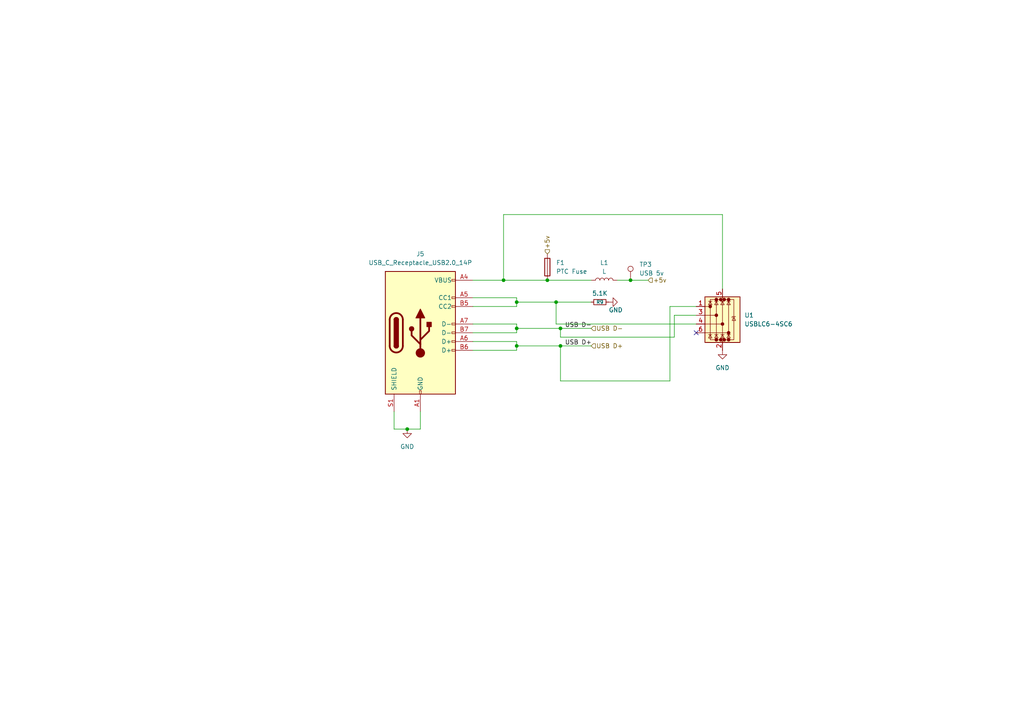
<source format=kicad_sch>
(kicad_sch (version 20250114) (generator "eeschema") (generator_version "9.0")
  (paper "A4")
  (title_block (title "WavePad CM4 Carrier Board -USB") (rev "1"))
  (lib_symbols
    (symbol "Connector:TestPoint" (pin_numbers (hide yes)) (pin_names (offset 0.762) (hide yes))
      (property "Reference" "TP" (at 0 6.858 0))
      (property "Value" "TestPoint" (at 0 5.08 0))
      (symbol "TestPoint_0_1"
        (circle (center 0 3.302) (radius 0.762))
      )
      (symbol "TestPoint_1_1"
        (pin passive line (at 0 0 90) (length 2.54) (name "1") (number "1"))
      )
    )
    (symbol "Connector:USB_C_Receptacle_USB2.0_14P" (pin_names (offset 1.016))
      (property "Reference" "J" (at 0 22.225 0))
      (property "Value" "USB_C_Receptacle_USB2.0_14P" (at 0 19.685 0))
      (symbol "USB_C_Receptacle_USB2.0_14P_0_0"
        (rectangle (start -0.254 -17.78) (end 0.254 -16.764))
        (rectangle (start 10.16 15.494) (end 9.144 14.986))
        (rectangle (start 10.16 10.414) (end 9.144 9.906))
        (rectangle (start 10.16 7.874) (end 9.144 7.366))
        (rectangle (start 10.16 2.794) (end 9.144 2.286))
        (rectangle (start 10.16 0.254) (end 9.144 -0.254))
        (rectangle (start 10.16 -2.286) (end 9.144 -2.794))
        (rectangle (start 10.16 -4.826) (end 9.144 -5.334))
      )
      (symbol "USB_C_Receptacle_USB2.0_14P_0_1"
        (rectangle (start -10.16 17.78) (end 10.16 -17.78) (stroke (width 0.254)) (fill (type background)))
        (polyline (pts (xy -8.89 -3.81) (xy -8.89 3.81)) (stroke (width 0.508)))
        (rectangle (start -7.62 -3.81) (end -6.35 3.81) (stroke (width 0.254)) (fill (type outline)))
        (arc (start -7.62 3.81) (mid -6.985 4.4423) (end -6.35 3.81) (stroke (width 0.254)))
        (arc (start -7.62 3.81) (mid -6.985 4.4423) (end -6.35 3.81) (stroke (width 0.254)) (fill (type outline)))
        (arc (start -8.89 3.81) (mid -6.985 5.7067) (end -5.08 3.81) (stroke (width 0.508)))
        (arc (start -5.08 -3.81) (mid -6.985 -5.7067) (end -8.89 -3.81) (stroke (width 0.508)))
        (arc (start -6.35 -3.81) (mid -6.985 -4.4423) (end -7.62 -3.81) (stroke (width 0.254)))
        (arc (start -6.35 -3.81) (mid -6.985 -4.4423) (end -7.62 -3.81) (stroke (width 0.254)) (fill (type outline)))
        (polyline (pts (xy -5.08 3.81) (xy -5.08 -3.81)) (stroke (width 0.508)))
        (circle (center -2.54 1.143) (radius 0.635) (stroke (width 0.254)) (fill (type outline)))
        (polyline (pts (xy -1.27 4.318) (xy 0 6.858) (xy 1.27 4.318) (xy -1.27 4.318)) (stroke (width 0.254)) (fill (type outline)))
        (polyline (pts (xy 0 -2.032) (xy 2.54 0.508) (xy 2.54 1.778)) (stroke (width 0.508)))
        (polyline (pts (xy 0 -3.302) (xy -2.54 -0.762) (xy -2.54 0.508)) (stroke (width 0.508)))
        (polyline (pts (xy 0 -5.842) (xy 0 4.318)) (stroke (width 0.508)))
        (circle (center 0 -5.842) (radius 1.27) (fill (type outline)))
        (rectangle (start 1.905 1.778) (end 3.175 3.048) (stroke (width 0.254)) (fill (type outline)))
      )
      (symbol "USB_C_Receptacle_USB2.0_14P_1_1"
        (pin passive line (at -7.62 -22.86 90) (length 5.08) (name "SHIELD") (number "S1"))
        (pin passive line (at 0 -22.86 90) (length 5.08) (name "GND") (number "A1"))
        (pin passive line (at 0 -22.86 90) (length 5.08) (hide yes) (name "GND") (number "A12"))
        (pin passive line (at 0 -22.86 90) (length 5.08) (hide yes) (name "GND") (number "B1"))
        (pin passive line (at 0 -22.86 90) (length 5.08) (hide yes) (name "GND") (number "B12"))
        (pin passive line (at 15.24 15.24 180) (length 5.08) (name "VBUS") (number "A4"))
        (pin passive line (at 15.24 15.24 180) (length 5.08) (hide yes) (name "VBUS") (number "A9"))
        (pin passive line (at 15.24 15.24 180) (length 5.08) (hide yes) (name "VBUS") (number "B4"))
        (pin passive line (at 15.24 15.24 180) (length 5.08) (hide yes) (name "VBUS") (number "B9"))
        (pin bidirectional line (at 15.24 10.16 180) (length 5.08) (name "CC1") (number "A5"))
        (pin bidirectional line (at 15.24 7.62 180) (length 5.08) (name "CC2") (number "B5"))
        (pin bidirectional line (at 15.24 2.54 180) (length 5.08) (name "D-") (number "A7"))
        (pin bidirectional line (at 15.24 0 180) (length 5.08) (name "D-") (number "B7"))
        (pin bidirectional line (at 15.24 -2.54 180) (length 5.08) (name "D+") (number "A6"))
        (pin bidirectional line (at 15.24 -5.08 180) (length 5.08) (name "D+") (number "B6"))
      )
    )
    (symbol "Device:Fuse" (pin_numbers (hide yes)) (pin_names (offset 0))
      (property "Reference" "F" (at 2.032 0 90))
      (property "Value" "Fuse" (at -1.905 0 90))
      (symbol "Fuse_0_1"
        (rectangle (start -0.762 -2.54) (end 0.762 2.54) (stroke (width 0.254)))
        (polyline (pts (xy 0 2.54) (xy 0 -2.54)))
      )
      (symbol "Fuse_1_1"
        (pin passive line (at 0 3.81 270) (length 1.27) (name "~") (number "1"))
        (pin passive line (at 0 -3.81 90) (length 1.27) (name "~") (number "2"))
      )
    )
    (symbol "Device:L" (pin_numbers (hide yes)) (pin_names (offset 1.016) (hide yes))
      (property "Reference" "L" (at -1.27 0 90))
      (property "Value" "L" (at 1.905 0 90))
      (symbol "L_0_1"
        (arc (start 0 2.54) (mid 0.6323 1.905) (end 0 1.27))
        (arc (start 0 1.27) (mid 0.6323 0.635) (end 0 0))
        (arc (start 0 0) (mid 0.6323 -0.635) (end 0 -1.27))
        (arc (start 0 -1.27) (mid 0.6323 -1.905) (end 0 -2.54))
      )
      (symbol "L_1_1"
        (pin passive line (at 0 3.81 270) (length 1.27) (name "1") (number "1"))
        (pin passive line (at 0 -3.81 90) (length 1.27) (name "2") (number "2"))
      )
    )
    (symbol "Device:R_Small" (pin_numbers (hide yes)) (pin_names (offset 0.254) (hide yes))
      (property "Reference" "R" (at 0 0 90))
      (property "Value" "R_Small" (at 1.778 0 90))
      (symbol "R_Small_0_1"
        (rectangle (start -0.762 1.778) (end 0.762 -1.778) (stroke (width 0.2032)))
      )
      (symbol "R_Small_1_1"
        (pin passive line (at 0 2.54 270) (length 0.762) (name "~") (number "1"))
        (pin passive line (at 0 -2.54 90) (length 0.762) (name "~") (number "2"))
      )
    )
    (symbol "Power_Protection:USBLC6-4SC6" (pin_names (hide yes))
      (property "Reference" "U" (at 1.27 9.525 0))
      (property "Value" "USBLC6-4SC6" (at 1.27 6.985 0))
      (symbol "USBLC6-4SC6_0_0"
        (circle (center -3.556 2.54) (radius 0.0001) (stroke (width 0.508)))
        (circle (center -1.778 4.572) (radius 0.0001) (stroke (width 0.508)))
        (circle (center -1.778 0) (radius 0.0001) (stroke (width 0.508)))
        (circle (center -1.778 -7.112) (radius 0.0001) (stroke (width 0.508)))
        (circle (center -0.508 4.572) (radius 0.0001) (stroke (width 0.508)))
        (circle (center -0.508 -7.112) (radius 0.0001) (stroke (width 0.508)))
        (circle (center 0 -2.54) (radius 0.0001) (stroke (width 0.508)))
        (circle (center 0.508 4.572) (radius 0.0001) (stroke (width 0.508)))
        (circle (center 0.508 -7.112) (radius 0.0001) (stroke (width 0.508)))
        (circle (center 1.778 4.572) (radius 0.0001) (stroke (width 0.508)))
        (circle (center 1.778 -5.08) (radius 0.0001) (stroke (width 0.508)))
        (circle (center 1.778 -7.112) (radius 0.0001) (stroke (width 0.508)))
      )
      (symbol "USBLC6-4SC6_0_1"
        (polyline (pts (xy -5.08 2.54) (xy -3.556 2.54)))
        (polyline (pts (xy -5.08 0) (xy -1.778 0)))
        (polyline (pts (xy -5.08 -2.54) (xy 0 -2.54)))
        (polyline (pts (xy -5.08 -5.08) (xy 1.778 -5.08)))
        (polyline (pts (xy -4.064 3.048) (xy -3.048 3.048) (xy -3.556 4.064) (xy -4.064 3.048)))
        (polyline (pts (xy -4.064 -5.588) (xy -3.048 -5.588)))
        (polyline (pts (xy -3.048 4.064) (xy -4.064 4.064)))
        (polyline (pts (xy -3.048 -6.604) (xy -4.064 -6.604) (xy -3.556 -5.588) (xy -3.048 -6.604)))
        (polyline (pts (xy -2.286 4.064) (xy -1.27 4.064)))
        (polyline (pts (xy -2.286 -5.588) (xy -1.27 -5.588)))
        (polyline (pts (xy -1.27 3.048) (xy -2.286 3.048) (xy -1.778 4.064) (xy -1.27 3.048)))
        (polyline (pts (xy -1.27 -6.604) (xy -2.286 -6.604) (xy -1.778 -5.588) (xy -1.27 -6.604)))
        (polyline (pts (xy -0.508 3.048) (xy 0.508 3.048) (xy 0 4.064) (xy -0.508 3.048)))
        (polyline (pts (xy -0.508 -5.588) (xy 0.508 -5.588)))
        (polyline (pts (xy -0.508 -6.604) (xy 0.508 -6.604) (xy 0 -5.588) (xy -0.508 -6.604)))
        (polyline (pts (xy 0 5.08) (xy 0.508 4.572)))
        (polyline (pts (xy 0.508 4.064) (xy -0.508 4.064)))
        (polyline (pts (xy 0.508 -7.112) (xy -0.508 -7.112)))
        (polyline (pts (xy 1.27 4.064) (xy 2.286 4.064)))
        (polyline (pts (xy 1.27 -6.604) (xy 2.286 -6.604) (xy 1.778 -5.588) (xy 1.27 -6.604)))
        (polyline (pts (xy 1.778 4.572) (xy 3.302 4.572) (xy 3.302 -7.112) (xy 1.778 -7.112)))
        (polyline (pts (xy 2.286 3.048) (xy 1.27 3.048) (xy 1.778 4.064) (xy 2.286 3.048)))
        (polyline (pts (xy 2.286 -5.588) (xy 1.27 -5.588)))
        (polyline (pts (xy 2.794 -0.762) (xy 2.794 -0.381) (xy 3.81 -0.381)))
        (polyline (pts (xy 3.81 -1.524) (xy 2.794 -1.524) (xy 3.302 -0.508) (xy 3.81 -1.524)))
      )
      (symbol "USBLC6-4SC6_1_1"
        (rectangle (start -5.08 5.334) (end 5.08 -7.874) (stroke (width 0.254)) (fill (type background)))
        (polyline (pts (xy -1.778 4.572) (xy -3.556 4.572) (xy -3.556 -7.112) (xy -1.778 -7.112)))
        (polyline (pts (xy -0.508 4.572) (xy 1.778 4.572) (xy 1.778 -7.112) (xy 0.508 -7.112)))
        (polyline (pts (xy 0 -7.62) (xy -0.508 -7.112) (xy -1.778 -7.112) (xy -1.778 4.572) (xy -0.508 4.572)))
        (polyline (pts (xy 0.508 -7.112) (xy 0 -6.604) (xy 0 4.064) (xy -0.508 4.572)))
        (pin passive line (at -7.62 2.54 0) (length 2.54) (name "I/O1") (number "1"))
        (pin passive line (at -7.62 0 0) (length 2.54) (name "I/O2") (number "3"))
        (pin passive line (at -7.62 -2.54 0) (length 2.54) (name "I/O3") (number "4"))
        (pin passive line (at -7.62 -5.08 0) (length 2.54) (name "I/O4") (number "6"))
        (pin passive line (at 0 7.62 270) (length 2.54) (name "VBUS") (number "5"))
        (pin passive line (at 0 -10.16 90) (length 2.54) (name "GND") (number "2"))
      )
    )
    (symbol "power:GND" (power) (pin_numbers (hide yes)) (pin_names (offset 0) (hide yes))
      (property "Value" "GND" (at 0 -3.81 0))
      (symbol "GND_0_1"
        (polyline (pts (xy 0 0) (xy 0 -1.27) (xy 1.27 -1.27) (xy 0 -2.54) (xy -1.27 -1.27) (xy 0 -1.27)))
      )
      (symbol "GND_1_1"
        (pin power_in line (at 0 0 270) (length 0) (name "~") (number "1"))
      )
    )
  )
  (junction (at 149.86 87.63))
  (junction (at 162.56 100.33))
  (junction (at 149.86 95.25))
  (junction (at 118.11 124.46))
  (junction (at 146.05 81.28))
  (junction (at 162.56 95.25))
  (junction (at 161.29 87.63))
  (junction (at 158.75 81.28))
  (junction (at 182.88 81.28))
  (junction (at 149.86 100.33))
  (no_connect (at 201.93 96.52))
  (wire (pts (xy 195.58 91.44) (xy 201.93 91.44)))
  (wire (pts (xy 137.16 88.9) (xy 149.86 88.9)))
  (wire (pts (xy 161.29 87.63) (xy 171.45 87.63)))
  (wire (pts (xy 149.86 100.33) (xy 162.56 100.33)))
  (wire (pts (xy 137.16 96.52) (xy 149.86 96.52)))
  (wire (pts (xy 149.86 100.33) (xy 149.86 101.6)))
  (wire (pts (xy 162.56 100.33) (xy 162.56 110.49)))
  (wire (pts (xy 137.16 101.6) (xy 149.86 101.6)))
  (wire (pts (xy 121.92 124.46) (xy 121.92 119.38)))
  (wire (pts (xy 162.56 95.25) (xy 171.45 95.25)))
  (wire (pts (xy 194.31 110.49) (xy 194.31 88.9)))
  (wire (pts (xy 149.86 99.06) (xy 149.86 100.33)))
  (wire (pts (xy 149.86 95.25) (xy 162.56 95.25)))
  (wire (pts (xy 149.86 88.9) (xy 149.86 87.63)))
  (wire (pts (xy 137.16 81.28) (xy 146.05 81.28)))
  (wire (pts (xy 114.3 119.38) (xy 114.3 124.46)))
  (wire (pts (xy 209.55 62.23) (xy 146.05 62.23)))
  (wire (pts (xy 209.55 62.23) (xy 209.55 83.82)))
  (wire (pts (xy 149.86 99.06) (xy 137.16 99.06)))
  (wire (pts (xy 149.86 86.36) (xy 149.86 87.63)))
  (wire (pts (xy 187.96 81.28) (xy 182.88 81.28)))
  (wire (pts (xy 149.86 87.63) (xy 161.29 87.63)))
  (wire (pts (xy 149.86 93.98) (xy 149.86 95.25)))
  (wire (pts (xy 161.29 93.98) (xy 201.93 93.98)))
  (wire (pts (xy 162.56 100.33) (xy 171.45 100.33)))
  (wire (pts (xy 195.58 97.79) (xy 195.58 91.44)))
  (wire (pts (xy 146.05 81.28) (xy 158.75 81.28)))
  (wire (pts (xy 162.56 97.79) (xy 195.58 97.79)))
  (wire (pts (xy 162.56 95.25) (xy 162.56 97.79)))
  (wire (pts (xy 158.75 81.28) (xy 171.45 81.28)))
  (wire (pts (xy 161.29 87.63) (xy 161.29 93.98)))
  (wire (pts (xy 146.05 62.23) (xy 146.05 81.28)))
  (wire (pts (xy 137.16 86.36) (xy 149.86 86.36)))
  (wire (pts (xy 182.88 81.28) (xy 179.07 81.28)))
  (wire (pts (xy 149.86 95.25) (xy 149.86 96.52)))
  (wire (pts (xy 118.11 124.46) (xy 121.92 124.46)))
  (wire (pts (xy 162.56 110.49) (xy 194.31 110.49)))
  (wire (pts (xy 194.31 88.9) (xy 201.93 88.9)))
  (wire (pts (xy 114.3 124.46) (xy 118.11 124.46)))
  (wire (pts (xy 149.86 93.98) (xy 137.16 93.98)))
  (label "USB D+" (at 163.83 100.33 0))
  (label "USB D-" (at 163.83 95.25 0))
  (hierarchical_label "+5v" (shape input) (at 158.75 73.66 90))
  (hierarchical_label "USB D+" (shape input) (at 171.45 100.33 0))
  (hierarchical_label "USB D-" (shape input) (at 171.45 95.25 0))
  (hierarchical_label "+5v" (shape input) (at 187.96 81.28 0))
  (symbol (lib_id "Device:L") (at 175.26 81.28 90) (unit 1)
    (property "Reference" "L1" (at 175.26 76.2 90))
    (property "Value" "L" (at 175.26 78.74 90))
    (property "Footprint" "Inductor_SMD:L_0603_1608Metric" (effects (hide yes)))
    (property "Description" "Inductor" (effects (hide yes)))
  )
  (symbol (lib_id "Device:Fuse") (at 158.75 77.47 0) (unit 1)
    (property "Reference" "F1" (at 161.29 76.1999 0) (effects (justify left)))
    (property "Value" "PTC Fuse" (at 161.29 78.7399 0) (effects (justify left)))
    (property "Footprint" "Resistor_SMD:R_1206_3216Metric" (effects (hide yes)))
    (property "Description" "Fuse" (effects (hide yes)))
  )
  (symbol (lib_id "Power_Protection:USBLC6-4SC6") (at 209.55 91.44 0) (unit 1)
    (property "Reference" "U1" (at 215.9 91.4399 0) (effects (justify left)))
    (property "Value" "USBLC6-4SC6" (at 215.9 93.9799 0) (effects (justify left)))
    (property "Footprint" "Package_TO_SOT_SMD:SOT-23-6" (effects (hide yes)))
    (property "Datasheet" "https://www.st.com/resource/en/datasheet/usblc6-4.pdf" (effects (hide yes)))
    (property "Description" "Very low capacitance ESD protection diode, 4 data-line, SOT-23-6" (effects (hide yes)))
  )
  (symbol (lib_id "power:GND") (at 209.55 101.6 0) (unit 1)
    (property "Reference" "#PWR01" (effects (hide yes)))
    (property "Value" "GND" (at 209.55 106.68 0))
    (property "Description" "Power symbol creates a global label with name \"GND\" , ground" (effects (hide yes)))
  )
  (symbol (lib_id "power:GND") (at 118.11 124.46 0) (unit 1)
    (property "Reference" "#PWR042" (effects (hide yes)))
    (property "Value" "GND" (at 118.11 129.54 0))
    (property "Description" "Power symbol creates a global label with name \"GND\" , ground" (effects (hide yes)))
  )
  (symbol (lib_id "Device:R_Small") (at 173.99 87.63 90) (unit 1)
    (property "Reference" "R9" (at 173.99 87.63 90) (effects (font (size 1.016 1.016))))
    (property "Value" "5.1K" (at 173.99 85.09 90))
    (property "Footprint" "Resistor_SMD:R_1206_3216Metric" (effects (hide yes)))
    (property "Description" "Resistor, small symbol" (effects (hide yes)))
  )
  (symbol (lib_id "Connector:TestPoint") (at 182.88 81.28 0) (unit 1)
    (property "Reference" "TP3" (at 185.42 76.7079 0) (effects (justify left)))
    (property "Value" "USB 5v" (at 185.42 79.2479 0) (effects (justify left)))
    (property "Footprint" "TestPoint:TestPoint_Pad_2.0x2.0mm" (effects (hide yes)))
    (property "Description" "test point" (effects (hide yes)))
  )
  (symbol (lib_id "power:GND") (at 176.53 87.63 90) (unit 1)
    (property "Reference" "#PWR02" (effects (hide yes)))
    (property "Value" "GND" (at 176.53 89.916 90) (effects (justify right)))
    (property "Description" "Power symbol creates a global label with name \"GND\" , ground" (effects (hide yes)))
  )
  (symbol (lib_id "Connector:USB_C_Receptacle_USB2.0_14P") (at 121.92 96.52 0) (unit 1)
    (property "Reference" "J5" (at 121.92 73.66 0))
    (property "Value" "USB_C_Receptacle_USB2.0_14P" (at 121.92 76.2 0))
    (property "Footprint" "Connector_USB:USB_C_Receptacle_Molex_105450-0101" (effects (hide yes)))
    (property "Datasheet" "https://www.usb.org/sites/default/files/documents/usb_type-c.zip" (effects (hide yes)))
    (property "Description" "USB 2.0-only 14P Type-C Receptacle connector" (effects (hide yes)))
  )
)
</source>
